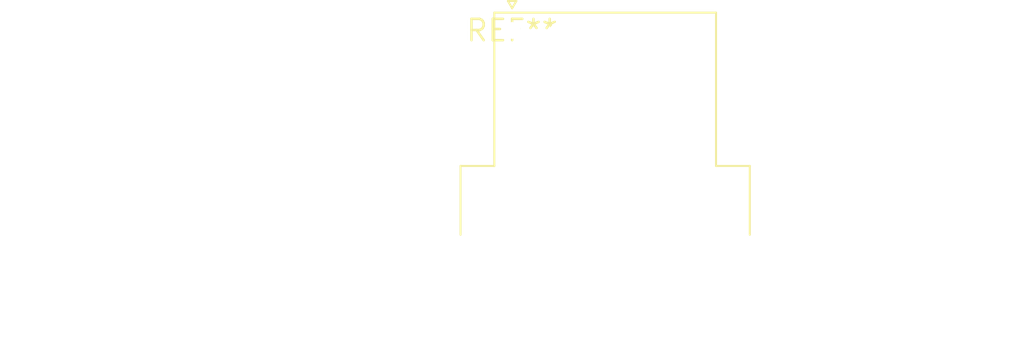
<source format=kicad_pcb>
(kicad_pcb (version 20240108) (generator pcbnew)
  (layers (0 "F.Cu" signal) (31 "B.Cu" signal) (34 "B.Paste" user) (35 "F.Paste" user) (36 "B.SilkS" user "B.Silkscreen") (37 "F.SilkS" user "F.Silkscreen") (38 "B.Mask" user) (39 "F.Mask" user) (44 "Edge.Cuts" user))
  (net 0 "")
  (footprint "DSUB-9_Male_Horizontal_P2.77x2.84mm_EdgePinOffset9.40mm" (layer "F.Cu") (at 0 0)
    (property "Reference" "REF**")
    (property "Value" "DSUB-9_Male_Horizontal_P2.77x2.84mm_EdgePinOffset9.40mm")
    (fp_line (start -3.07 8.08) (end -1.06 8.08) (layer "F.SilkS") (stroke (width 0.12)))
    (fp_line (start -3.07 12.18) (end -3.07 8.08) (layer "F.SilkS") (stroke (width 0.12)))
    (fp_line (start -1.06 -1.06) (end 12.14 -1.06) (layer "F.SilkS") (stroke (width 0.12)))
    (fp_line (start -1.06 8.08) (end -1.06 -1.06) (layer "F.SilkS") (stroke (width 0.12)))
    (fp_line (start -0.25 -1.754338) (end 0.25 -1.754338) (layer "F.SilkS") (stroke (width 0.12)))
    (fp_line (start 0 -1.321325) (end -0.25 -1.754338) (layer "F.SilkS") (stroke (width 0.12)))
    (fp_line (start 0.25 -1.754338) (end 0 -1.321325) (layer "F.SilkS") (stroke (width 0.12)))
    (fp_line (start 12.14 -1.06) (end 12.14 8.08) (layer "F.SilkS") (stroke (width 0.12)))
    (fp_line (start 12.14 8.08) (end 14.15 8.08) (layer "F.SilkS") (stroke (width 0.12)))
    (fp_line (start 14.15 8.08) (end 14.15 12.18) (layer "F.SilkS") (stroke (width 0.12)))
    (pad "1" thru_hole rect (at 0 0) (size 1.6 1.6) (drill 1) (layers *.Cu *.Mask) (remove_unused_layers))
    (pad "2" thru_hole circle (at 2.77 0) (size 1.6 1.6) (drill 1) (layers *.Cu *.Mask) (remove_unused_layers))
    (pad "3" thru_hole circle (at 5.54 0) (size 1.6 1.6) (drill 1) (layers *.Cu *.Mask) (remove_unused_layers))
    (pad "4" thru_hole circle (at 8.31 0) (size 1.6 1.6) (drill 1) (layers *.Cu *.Mask) (remove_unused_layers))
    (pad "5" thru_hole circle (at 11.08 0) (size 1.6 1.6) (drill 1) (layers *.Cu *.Mask) (remove_unused_layers))
    (pad "6" thru_hole circle (at 1.385 2.84) (size 1.6 1.6) (drill 1) (layers *.Cu *.Mask) (remove_unused_layers))
    (pad "7" thru_hole circle (at 4.155 2.84) (size 1.6 1.6) (drill 1) (layers *.Cu *.Mask) (remove_unused_layers))
    (pad "8" thru_hole circle (at 6.925 2.84) (size 1.6 1.6) (drill 1) (layers *.Cu *.Mask) (remove_unused_layers))
    (pad "9" thru_hole circle (at 9.695 2.84) (size 1.6 1.6) (drill 1) (layers *.Cu *.Mask) (remove_unused_layers))
  )
)
</source>
